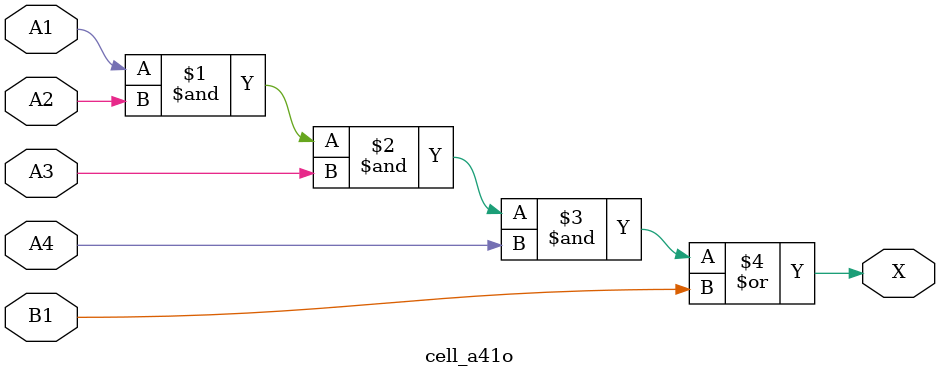
<source format=v>
`timescale 1ps/1ps
module cell_a41o
(
    input wire A1,
    input wire A2,
    input wire A3,
    input wire A4,
    input wire B1,
    output wire X
);
    assign X = ((A1 & A2 & A3 & A4) | B1);
endmodule

</source>
